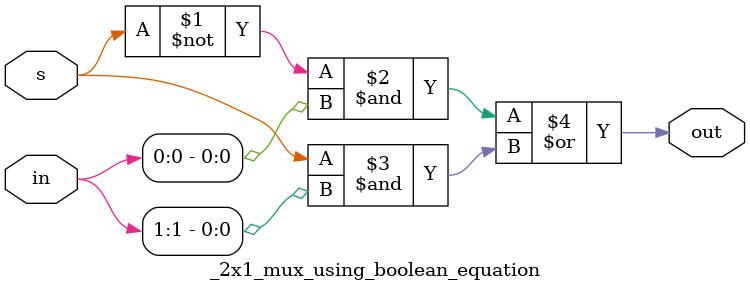
<source format=v>
module _2x1_mux_using_boolean_equation(
    input [1:0]in,
    input s,
    output out
);
assign out=~s&in[0]|s&in[1];
endmodule

</source>
